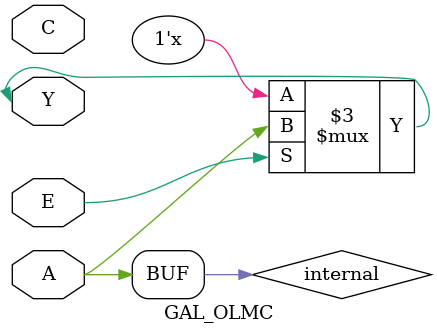
<source format=v>
module GAL_SOP (A, Y);
	parameter WIDTH = 0;
	parameter DEPTH = 0;
	parameter TABLE = 0;

	input [WIDTH-1:0] A;
	output reg Y;

	integer i, j;
	reg match;

	always @* begin
		Y = 0;
		for (i = 0; i < DEPTH; i=i+1) begin
			match = 1;
			for (j = 0; j < WIDTH; j=j+1) begin
				if (TABLE[2*WIDTH*i + 2*j + 0] && A[j]) match = 0;
				if (TABLE[2*WIDTH*i + 2*j + 1] && !A[j]) match = 0;
			end
			if (match) Y = 1;
		end
	end
endmodule

module GAL_INPUT (A, Y);
	input A;
	output Y;

	assign Y = A;
endmodule

module GAL_OLMC (C, E, A, Y);
	parameter REGISTERED = 0;
	parameter INVERTED = 0;

	input C, E, A;
	inout Y;

	reg internal;

	assign Y = E ? internal : 1'bZ;

	generate
		if (REGISTERED == 1) begin
			always @ (posedge C) begin
				internal <= (INVERTED == 0) ? A : !A;
			end
		end else begin
			always @ (*) begin
				internal <= (INVERTED == 0) ? A : !A;
			end
		end
	endgenerate
endmodule

</source>
